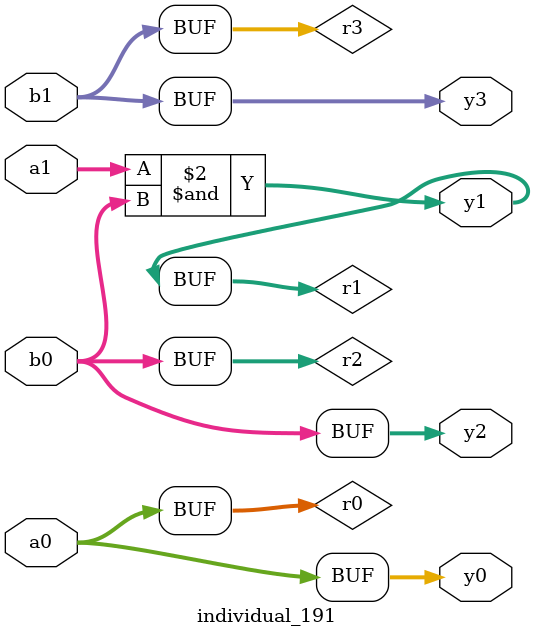
<source format=sv>
module individual_191(input logic [15:0] a1, input logic [15:0] a0, input logic [15:0] b1, input logic [15:0] b0, output logic [15:0] y3, output logic [15:0] y2, output logic [15:0] y1, output logic [15:0] y0);
logic [15:0] r0, r1, r2, r3; 
 always@(*) begin 
	 r0 = a0; r1 = a1; r2 = b0; r3 = b1; 
 	 r1  &=  r2 ;
 	 y3 = r3; y2 = r2; y1 = r1; y0 = r0; 
end
endmodule
</source>
